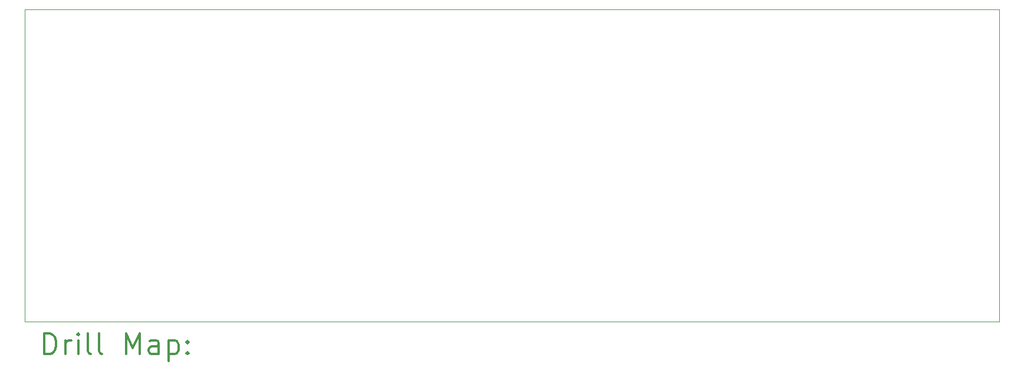
<source format=gbr>
%FSLAX45Y45*%
G04 Gerber Fmt 4.5, Leading zero omitted, Abs format (unit mm)*
G04 Created by KiCad (PCBNEW 5.1.9+dfsg1-1) date 2021-09-18 19:11:49*
%MOMM*%
%LPD*%
G01*
G04 APERTURE LIST*
%TA.AperFunction,Profile*%
%ADD10C,0.050000*%
%TD*%
%ADD11C,0.200000*%
%ADD12C,0.300000*%
G04 APERTURE END LIST*
D10*
X22000000Y-6000000D02*
X22000000Y-10500000D01*
X8000000Y-10500000D02*
X22000000Y-10500000D01*
X8000000Y-6000000D02*
X22000000Y-6000000D01*
X8000000Y-6000000D02*
X8000000Y-10500000D01*
D11*
D12*
X8283928Y-10968214D02*
X8283928Y-10668214D01*
X8355357Y-10668214D01*
X8398214Y-10682500D01*
X8426786Y-10711072D01*
X8441071Y-10739643D01*
X8455357Y-10796786D01*
X8455357Y-10839643D01*
X8441071Y-10896786D01*
X8426786Y-10925357D01*
X8398214Y-10953929D01*
X8355357Y-10968214D01*
X8283928Y-10968214D01*
X8583928Y-10968214D02*
X8583928Y-10768214D01*
X8583928Y-10825357D02*
X8598214Y-10796786D01*
X8612500Y-10782500D01*
X8641071Y-10768214D01*
X8669643Y-10768214D01*
X8769643Y-10968214D02*
X8769643Y-10768214D01*
X8769643Y-10668214D02*
X8755357Y-10682500D01*
X8769643Y-10696786D01*
X8783928Y-10682500D01*
X8769643Y-10668214D01*
X8769643Y-10696786D01*
X8955357Y-10968214D02*
X8926786Y-10953929D01*
X8912500Y-10925357D01*
X8912500Y-10668214D01*
X9112500Y-10968214D02*
X9083928Y-10953929D01*
X9069643Y-10925357D01*
X9069643Y-10668214D01*
X9455357Y-10968214D02*
X9455357Y-10668214D01*
X9555357Y-10882500D01*
X9655357Y-10668214D01*
X9655357Y-10968214D01*
X9926786Y-10968214D02*
X9926786Y-10811072D01*
X9912500Y-10782500D01*
X9883928Y-10768214D01*
X9826786Y-10768214D01*
X9798214Y-10782500D01*
X9926786Y-10953929D02*
X9898214Y-10968214D01*
X9826786Y-10968214D01*
X9798214Y-10953929D01*
X9783928Y-10925357D01*
X9783928Y-10896786D01*
X9798214Y-10868214D01*
X9826786Y-10853929D01*
X9898214Y-10853929D01*
X9926786Y-10839643D01*
X10069643Y-10768214D02*
X10069643Y-11068214D01*
X10069643Y-10782500D02*
X10098214Y-10768214D01*
X10155357Y-10768214D01*
X10183928Y-10782500D01*
X10198214Y-10796786D01*
X10212500Y-10825357D01*
X10212500Y-10911072D01*
X10198214Y-10939643D01*
X10183928Y-10953929D01*
X10155357Y-10968214D01*
X10098214Y-10968214D01*
X10069643Y-10953929D01*
X10341071Y-10939643D02*
X10355357Y-10953929D01*
X10341071Y-10968214D01*
X10326786Y-10953929D01*
X10341071Y-10939643D01*
X10341071Y-10968214D01*
X10341071Y-10782500D02*
X10355357Y-10796786D01*
X10341071Y-10811072D01*
X10326786Y-10796786D01*
X10341071Y-10782500D01*
X10341071Y-10811072D01*
M02*

</source>
